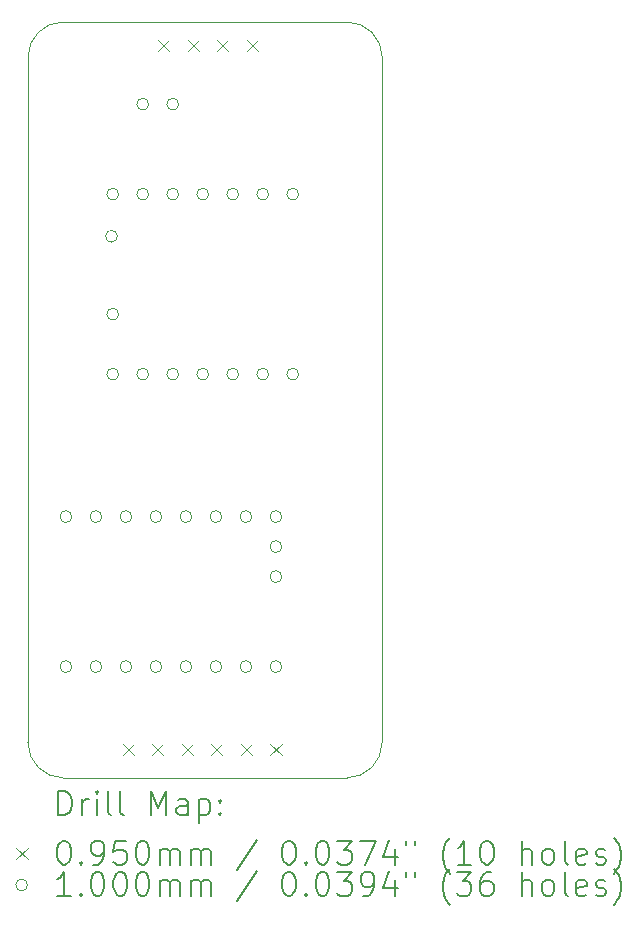
<source format=gbr>
%TF.GenerationSoftware,KiCad,Pcbnew,9.0.0*%
%TF.CreationDate,2025-04-12T21:57:35+03:00*%
%TF.ProjectId,kikad,6b696b61-642e-46b6-9963-61645f706362,rev?*%
%TF.SameCoordinates,Original*%
%TF.FileFunction,Drillmap*%
%TF.FilePolarity,Positive*%
%FSLAX45Y45*%
G04 Gerber Fmt 4.5, Leading zero omitted, Abs format (unit mm)*
G04 Created by KiCad (PCBNEW 9.0.0) date 2025-04-12 21:57:35*
%MOMM*%
%LPD*%
G01*
G04 APERTURE LIST*
%ADD10C,0.050000*%
%ADD11C,0.200000*%
%ADD12C,0.100000*%
G04 APERTURE END LIST*
D10*
X19300000Y-5700000D02*
X19300000Y-11500000D01*
X16600000Y-5400000D02*
X19000000Y-5400000D01*
X16300000Y-11500000D02*
X16300000Y-5700000D01*
X19000000Y-11800000D02*
X16600000Y-11800000D01*
X19300000Y-11500000D02*
G75*
G02*
X19000000Y-11800000I-300000J0D01*
G01*
X16600000Y-11800000D02*
G75*
G02*
X16300000Y-11500000I0J300000D01*
G01*
X16300000Y-5700000D02*
G75*
G02*
X16600000Y-5400000I300000J0D01*
G01*
X19000000Y-5400000D02*
G75*
G02*
X19300000Y-5700000I0J-300000D01*
G01*
D11*
D12*
X17102500Y-11509500D02*
X17197500Y-11604500D01*
X17197500Y-11509500D02*
X17102500Y-11604500D01*
X17352500Y-11509500D02*
X17447500Y-11604500D01*
X17447500Y-11509500D02*
X17352500Y-11604500D01*
X17402500Y-5552500D02*
X17497500Y-5647500D01*
X17497500Y-5552500D02*
X17402500Y-5647500D01*
X17602500Y-11509500D02*
X17697500Y-11604500D01*
X17697500Y-11509500D02*
X17602500Y-11604500D01*
X17652500Y-5552500D02*
X17747500Y-5647500D01*
X17747500Y-5552500D02*
X17652500Y-5647500D01*
X17852500Y-11509500D02*
X17947500Y-11604500D01*
X17947500Y-11509500D02*
X17852500Y-11604500D01*
X17902500Y-5552500D02*
X17997500Y-5647500D01*
X17997500Y-5552500D02*
X17902500Y-5647500D01*
X18102500Y-11509500D02*
X18197500Y-11604500D01*
X18197500Y-11509500D02*
X18102500Y-11604500D01*
X18152500Y-5552500D02*
X18247500Y-5647500D01*
X18247500Y-5552500D02*
X18152500Y-5647500D01*
X18352500Y-11509500D02*
X18447500Y-11604500D01*
X18447500Y-11509500D02*
X18352500Y-11604500D01*
X16672000Y-9588500D02*
G75*
G02*
X16572000Y-9588500I-50000J0D01*
G01*
X16572000Y-9588500D02*
G75*
G02*
X16672000Y-9588500I50000J0D01*
G01*
X16672000Y-10858500D02*
G75*
G02*
X16572000Y-10858500I-50000J0D01*
G01*
X16572000Y-10858500D02*
G75*
G02*
X16672000Y-10858500I50000J0D01*
G01*
X16926000Y-9588500D02*
G75*
G02*
X16826000Y-9588500I-50000J0D01*
G01*
X16826000Y-9588500D02*
G75*
G02*
X16926000Y-9588500I50000J0D01*
G01*
X16926000Y-10858500D02*
G75*
G02*
X16826000Y-10858500I-50000J0D01*
G01*
X16826000Y-10858500D02*
G75*
G02*
X16926000Y-10858500I50000J0D01*
G01*
X17058000Y-7214000D02*
G75*
G02*
X16958000Y-7214000I-50000J0D01*
G01*
X16958000Y-7214000D02*
G75*
G02*
X17058000Y-7214000I50000J0D01*
G01*
X17068000Y-6858000D02*
G75*
G02*
X16968000Y-6858000I-50000J0D01*
G01*
X16968000Y-6858000D02*
G75*
G02*
X17068000Y-6858000I50000J0D01*
G01*
X17068000Y-7874000D02*
G75*
G02*
X16968000Y-7874000I-50000J0D01*
G01*
X16968000Y-7874000D02*
G75*
G02*
X17068000Y-7874000I50000J0D01*
G01*
X17068000Y-8382000D02*
G75*
G02*
X16968000Y-8382000I-50000J0D01*
G01*
X16968000Y-8382000D02*
G75*
G02*
X17068000Y-8382000I50000J0D01*
G01*
X17180000Y-9588500D02*
G75*
G02*
X17080000Y-9588500I-50000J0D01*
G01*
X17080000Y-9588500D02*
G75*
G02*
X17180000Y-9588500I50000J0D01*
G01*
X17180000Y-10858500D02*
G75*
G02*
X17080000Y-10858500I-50000J0D01*
G01*
X17080000Y-10858500D02*
G75*
G02*
X17180000Y-10858500I50000J0D01*
G01*
X17322000Y-6096000D02*
G75*
G02*
X17222000Y-6096000I-50000J0D01*
G01*
X17222000Y-6096000D02*
G75*
G02*
X17322000Y-6096000I50000J0D01*
G01*
X17322000Y-6858000D02*
G75*
G02*
X17222000Y-6858000I-50000J0D01*
G01*
X17222000Y-6858000D02*
G75*
G02*
X17322000Y-6858000I50000J0D01*
G01*
X17322000Y-8382000D02*
G75*
G02*
X17222000Y-8382000I-50000J0D01*
G01*
X17222000Y-8382000D02*
G75*
G02*
X17322000Y-8382000I50000J0D01*
G01*
X17434000Y-9588500D02*
G75*
G02*
X17334000Y-9588500I-50000J0D01*
G01*
X17334000Y-9588500D02*
G75*
G02*
X17434000Y-9588500I50000J0D01*
G01*
X17434000Y-10858500D02*
G75*
G02*
X17334000Y-10858500I-50000J0D01*
G01*
X17334000Y-10858500D02*
G75*
G02*
X17434000Y-10858500I50000J0D01*
G01*
X17576000Y-6096000D02*
G75*
G02*
X17476000Y-6096000I-50000J0D01*
G01*
X17476000Y-6096000D02*
G75*
G02*
X17576000Y-6096000I50000J0D01*
G01*
X17576000Y-6858000D02*
G75*
G02*
X17476000Y-6858000I-50000J0D01*
G01*
X17476000Y-6858000D02*
G75*
G02*
X17576000Y-6858000I50000J0D01*
G01*
X17576000Y-8382000D02*
G75*
G02*
X17476000Y-8382000I-50000J0D01*
G01*
X17476000Y-8382000D02*
G75*
G02*
X17576000Y-8382000I50000J0D01*
G01*
X17688000Y-9588500D02*
G75*
G02*
X17588000Y-9588500I-50000J0D01*
G01*
X17588000Y-9588500D02*
G75*
G02*
X17688000Y-9588500I50000J0D01*
G01*
X17688000Y-10858500D02*
G75*
G02*
X17588000Y-10858500I-50000J0D01*
G01*
X17588000Y-10858500D02*
G75*
G02*
X17688000Y-10858500I50000J0D01*
G01*
X17830000Y-6858000D02*
G75*
G02*
X17730000Y-6858000I-50000J0D01*
G01*
X17730000Y-6858000D02*
G75*
G02*
X17830000Y-6858000I50000J0D01*
G01*
X17830000Y-8382000D02*
G75*
G02*
X17730000Y-8382000I-50000J0D01*
G01*
X17730000Y-8382000D02*
G75*
G02*
X17830000Y-8382000I50000J0D01*
G01*
X17942000Y-9588500D02*
G75*
G02*
X17842000Y-9588500I-50000J0D01*
G01*
X17842000Y-9588500D02*
G75*
G02*
X17942000Y-9588500I50000J0D01*
G01*
X17942000Y-10858500D02*
G75*
G02*
X17842000Y-10858500I-50000J0D01*
G01*
X17842000Y-10858500D02*
G75*
G02*
X17942000Y-10858500I50000J0D01*
G01*
X18084000Y-6858000D02*
G75*
G02*
X17984000Y-6858000I-50000J0D01*
G01*
X17984000Y-6858000D02*
G75*
G02*
X18084000Y-6858000I50000J0D01*
G01*
X18084000Y-8382000D02*
G75*
G02*
X17984000Y-8382000I-50000J0D01*
G01*
X17984000Y-8382000D02*
G75*
G02*
X18084000Y-8382000I50000J0D01*
G01*
X18196000Y-9588500D02*
G75*
G02*
X18096000Y-9588500I-50000J0D01*
G01*
X18096000Y-9588500D02*
G75*
G02*
X18196000Y-9588500I50000J0D01*
G01*
X18196000Y-10858500D02*
G75*
G02*
X18096000Y-10858500I-50000J0D01*
G01*
X18096000Y-10858500D02*
G75*
G02*
X18196000Y-10858500I50000J0D01*
G01*
X18338000Y-6858000D02*
G75*
G02*
X18238000Y-6858000I-50000J0D01*
G01*
X18238000Y-6858000D02*
G75*
G02*
X18338000Y-6858000I50000J0D01*
G01*
X18338000Y-8382000D02*
G75*
G02*
X18238000Y-8382000I-50000J0D01*
G01*
X18238000Y-8382000D02*
G75*
G02*
X18338000Y-8382000I50000J0D01*
G01*
X18450000Y-9588500D02*
G75*
G02*
X18350000Y-9588500I-50000J0D01*
G01*
X18350000Y-9588500D02*
G75*
G02*
X18450000Y-9588500I50000J0D01*
G01*
X18450000Y-9842500D02*
G75*
G02*
X18350000Y-9842500I-50000J0D01*
G01*
X18350000Y-9842500D02*
G75*
G02*
X18450000Y-9842500I50000J0D01*
G01*
X18450000Y-10096500D02*
G75*
G02*
X18350000Y-10096500I-50000J0D01*
G01*
X18350000Y-10096500D02*
G75*
G02*
X18450000Y-10096500I50000J0D01*
G01*
X18450000Y-10858500D02*
G75*
G02*
X18350000Y-10858500I-50000J0D01*
G01*
X18350000Y-10858500D02*
G75*
G02*
X18450000Y-10858500I50000J0D01*
G01*
X18592000Y-6858000D02*
G75*
G02*
X18492000Y-6858000I-50000J0D01*
G01*
X18492000Y-6858000D02*
G75*
G02*
X18592000Y-6858000I50000J0D01*
G01*
X18592000Y-8382000D02*
G75*
G02*
X18492000Y-8382000I-50000J0D01*
G01*
X18492000Y-8382000D02*
G75*
G02*
X18592000Y-8382000I50000J0D01*
G01*
D11*
X16558277Y-12113984D02*
X16558277Y-11913984D01*
X16558277Y-11913984D02*
X16605896Y-11913984D01*
X16605896Y-11913984D02*
X16634467Y-11923508D01*
X16634467Y-11923508D02*
X16653515Y-11942555D01*
X16653515Y-11942555D02*
X16663039Y-11961603D01*
X16663039Y-11961603D02*
X16672562Y-11999698D01*
X16672562Y-11999698D02*
X16672562Y-12028269D01*
X16672562Y-12028269D02*
X16663039Y-12066365D01*
X16663039Y-12066365D02*
X16653515Y-12085412D01*
X16653515Y-12085412D02*
X16634467Y-12104460D01*
X16634467Y-12104460D02*
X16605896Y-12113984D01*
X16605896Y-12113984D02*
X16558277Y-12113984D01*
X16758277Y-12113984D02*
X16758277Y-11980650D01*
X16758277Y-12018746D02*
X16767801Y-11999698D01*
X16767801Y-11999698D02*
X16777324Y-11990174D01*
X16777324Y-11990174D02*
X16796372Y-11980650D01*
X16796372Y-11980650D02*
X16815420Y-11980650D01*
X16882086Y-12113984D02*
X16882086Y-11980650D01*
X16882086Y-11913984D02*
X16872563Y-11923508D01*
X16872563Y-11923508D02*
X16882086Y-11933031D01*
X16882086Y-11933031D02*
X16891610Y-11923508D01*
X16891610Y-11923508D02*
X16882086Y-11913984D01*
X16882086Y-11913984D02*
X16882086Y-11933031D01*
X17005896Y-12113984D02*
X16986848Y-12104460D01*
X16986848Y-12104460D02*
X16977324Y-12085412D01*
X16977324Y-12085412D02*
X16977324Y-11913984D01*
X17110658Y-12113984D02*
X17091610Y-12104460D01*
X17091610Y-12104460D02*
X17082086Y-12085412D01*
X17082086Y-12085412D02*
X17082086Y-11913984D01*
X17339229Y-12113984D02*
X17339229Y-11913984D01*
X17339229Y-11913984D02*
X17405896Y-12056841D01*
X17405896Y-12056841D02*
X17472563Y-11913984D01*
X17472563Y-11913984D02*
X17472563Y-12113984D01*
X17653515Y-12113984D02*
X17653515Y-12009222D01*
X17653515Y-12009222D02*
X17643991Y-11990174D01*
X17643991Y-11990174D02*
X17624944Y-11980650D01*
X17624944Y-11980650D02*
X17586848Y-11980650D01*
X17586848Y-11980650D02*
X17567801Y-11990174D01*
X17653515Y-12104460D02*
X17634467Y-12113984D01*
X17634467Y-12113984D02*
X17586848Y-12113984D01*
X17586848Y-12113984D02*
X17567801Y-12104460D01*
X17567801Y-12104460D02*
X17558277Y-12085412D01*
X17558277Y-12085412D02*
X17558277Y-12066365D01*
X17558277Y-12066365D02*
X17567801Y-12047317D01*
X17567801Y-12047317D02*
X17586848Y-12037793D01*
X17586848Y-12037793D02*
X17634467Y-12037793D01*
X17634467Y-12037793D02*
X17653515Y-12028269D01*
X17748753Y-11980650D02*
X17748753Y-12180650D01*
X17748753Y-11990174D02*
X17767801Y-11980650D01*
X17767801Y-11980650D02*
X17805896Y-11980650D01*
X17805896Y-11980650D02*
X17824944Y-11990174D01*
X17824944Y-11990174D02*
X17834467Y-11999698D01*
X17834467Y-11999698D02*
X17843991Y-12018746D01*
X17843991Y-12018746D02*
X17843991Y-12075888D01*
X17843991Y-12075888D02*
X17834467Y-12094936D01*
X17834467Y-12094936D02*
X17824944Y-12104460D01*
X17824944Y-12104460D02*
X17805896Y-12113984D01*
X17805896Y-12113984D02*
X17767801Y-12113984D01*
X17767801Y-12113984D02*
X17748753Y-12104460D01*
X17929705Y-12094936D02*
X17939229Y-12104460D01*
X17939229Y-12104460D02*
X17929705Y-12113984D01*
X17929705Y-12113984D02*
X17920182Y-12104460D01*
X17920182Y-12104460D02*
X17929705Y-12094936D01*
X17929705Y-12094936D02*
X17929705Y-12113984D01*
X17929705Y-11990174D02*
X17939229Y-11999698D01*
X17939229Y-11999698D02*
X17929705Y-12009222D01*
X17929705Y-12009222D02*
X17920182Y-11999698D01*
X17920182Y-11999698D02*
X17929705Y-11990174D01*
X17929705Y-11990174D02*
X17929705Y-12009222D01*
D12*
X16202500Y-12395000D02*
X16297500Y-12490000D01*
X16297500Y-12395000D02*
X16202500Y-12490000D01*
D11*
X16596372Y-12333984D02*
X16615420Y-12333984D01*
X16615420Y-12333984D02*
X16634467Y-12343508D01*
X16634467Y-12343508D02*
X16643991Y-12353031D01*
X16643991Y-12353031D02*
X16653515Y-12372079D01*
X16653515Y-12372079D02*
X16663039Y-12410174D01*
X16663039Y-12410174D02*
X16663039Y-12457793D01*
X16663039Y-12457793D02*
X16653515Y-12495888D01*
X16653515Y-12495888D02*
X16643991Y-12514936D01*
X16643991Y-12514936D02*
X16634467Y-12524460D01*
X16634467Y-12524460D02*
X16615420Y-12533984D01*
X16615420Y-12533984D02*
X16596372Y-12533984D01*
X16596372Y-12533984D02*
X16577324Y-12524460D01*
X16577324Y-12524460D02*
X16567801Y-12514936D01*
X16567801Y-12514936D02*
X16558277Y-12495888D01*
X16558277Y-12495888D02*
X16548753Y-12457793D01*
X16548753Y-12457793D02*
X16548753Y-12410174D01*
X16548753Y-12410174D02*
X16558277Y-12372079D01*
X16558277Y-12372079D02*
X16567801Y-12353031D01*
X16567801Y-12353031D02*
X16577324Y-12343508D01*
X16577324Y-12343508D02*
X16596372Y-12333984D01*
X16748753Y-12514936D02*
X16758277Y-12524460D01*
X16758277Y-12524460D02*
X16748753Y-12533984D01*
X16748753Y-12533984D02*
X16739229Y-12524460D01*
X16739229Y-12524460D02*
X16748753Y-12514936D01*
X16748753Y-12514936D02*
X16748753Y-12533984D01*
X16853515Y-12533984D02*
X16891610Y-12533984D01*
X16891610Y-12533984D02*
X16910658Y-12524460D01*
X16910658Y-12524460D02*
X16920182Y-12514936D01*
X16920182Y-12514936D02*
X16939229Y-12486365D01*
X16939229Y-12486365D02*
X16948753Y-12448269D01*
X16948753Y-12448269D02*
X16948753Y-12372079D01*
X16948753Y-12372079D02*
X16939229Y-12353031D01*
X16939229Y-12353031D02*
X16929705Y-12343508D01*
X16929705Y-12343508D02*
X16910658Y-12333984D01*
X16910658Y-12333984D02*
X16872563Y-12333984D01*
X16872563Y-12333984D02*
X16853515Y-12343508D01*
X16853515Y-12343508D02*
X16843991Y-12353031D01*
X16843991Y-12353031D02*
X16834467Y-12372079D01*
X16834467Y-12372079D02*
X16834467Y-12419698D01*
X16834467Y-12419698D02*
X16843991Y-12438746D01*
X16843991Y-12438746D02*
X16853515Y-12448269D01*
X16853515Y-12448269D02*
X16872563Y-12457793D01*
X16872563Y-12457793D02*
X16910658Y-12457793D01*
X16910658Y-12457793D02*
X16929705Y-12448269D01*
X16929705Y-12448269D02*
X16939229Y-12438746D01*
X16939229Y-12438746D02*
X16948753Y-12419698D01*
X17129705Y-12333984D02*
X17034467Y-12333984D01*
X17034467Y-12333984D02*
X17024944Y-12429222D01*
X17024944Y-12429222D02*
X17034467Y-12419698D01*
X17034467Y-12419698D02*
X17053515Y-12410174D01*
X17053515Y-12410174D02*
X17101134Y-12410174D01*
X17101134Y-12410174D02*
X17120182Y-12419698D01*
X17120182Y-12419698D02*
X17129705Y-12429222D01*
X17129705Y-12429222D02*
X17139229Y-12448269D01*
X17139229Y-12448269D02*
X17139229Y-12495888D01*
X17139229Y-12495888D02*
X17129705Y-12514936D01*
X17129705Y-12514936D02*
X17120182Y-12524460D01*
X17120182Y-12524460D02*
X17101134Y-12533984D01*
X17101134Y-12533984D02*
X17053515Y-12533984D01*
X17053515Y-12533984D02*
X17034467Y-12524460D01*
X17034467Y-12524460D02*
X17024944Y-12514936D01*
X17263039Y-12333984D02*
X17282086Y-12333984D01*
X17282086Y-12333984D02*
X17301134Y-12343508D01*
X17301134Y-12343508D02*
X17310658Y-12353031D01*
X17310658Y-12353031D02*
X17320182Y-12372079D01*
X17320182Y-12372079D02*
X17329705Y-12410174D01*
X17329705Y-12410174D02*
X17329705Y-12457793D01*
X17329705Y-12457793D02*
X17320182Y-12495888D01*
X17320182Y-12495888D02*
X17310658Y-12514936D01*
X17310658Y-12514936D02*
X17301134Y-12524460D01*
X17301134Y-12524460D02*
X17282086Y-12533984D01*
X17282086Y-12533984D02*
X17263039Y-12533984D01*
X17263039Y-12533984D02*
X17243991Y-12524460D01*
X17243991Y-12524460D02*
X17234467Y-12514936D01*
X17234467Y-12514936D02*
X17224944Y-12495888D01*
X17224944Y-12495888D02*
X17215420Y-12457793D01*
X17215420Y-12457793D02*
X17215420Y-12410174D01*
X17215420Y-12410174D02*
X17224944Y-12372079D01*
X17224944Y-12372079D02*
X17234467Y-12353031D01*
X17234467Y-12353031D02*
X17243991Y-12343508D01*
X17243991Y-12343508D02*
X17263039Y-12333984D01*
X17415420Y-12533984D02*
X17415420Y-12400650D01*
X17415420Y-12419698D02*
X17424944Y-12410174D01*
X17424944Y-12410174D02*
X17443991Y-12400650D01*
X17443991Y-12400650D02*
X17472563Y-12400650D01*
X17472563Y-12400650D02*
X17491610Y-12410174D01*
X17491610Y-12410174D02*
X17501134Y-12429222D01*
X17501134Y-12429222D02*
X17501134Y-12533984D01*
X17501134Y-12429222D02*
X17510658Y-12410174D01*
X17510658Y-12410174D02*
X17529705Y-12400650D01*
X17529705Y-12400650D02*
X17558277Y-12400650D01*
X17558277Y-12400650D02*
X17577325Y-12410174D01*
X17577325Y-12410174D02*
X17586848Y-12429222D01*
X17586848Y-12429222D02*
X17586848Y-12533984D01*
X17682086Y-12533984D02*
X17682086Y-12400650D01*
X17682086Y-12419698D02*
X17691610Y-12410174D01*
X17691610Y-12410174D02*
X17710658Y-12400650D01*
X17710658Y-12400650D02*
X17739229Y-12400650D01*
X17739229Y-12400650D02*
X17758277Y-12410174D01*
X17758277Y-12410174D02*
X17767801Y-12429222D01*
X17767801Y-12429222D02*
X17767801Y-12533984D01*
X17767801Y-12429222D02*
X17777325Y-12410174D01*
X17777325Y-12410174D02*
X17796372Y-12400650D01*
X17796372Y-12400650D02*
X17824944Y-12400650D01*
X17824944Y-12400650D02*
X17843991Y-12410174D01*
X17843991Y-12410174D02*
X17853515Y-12429222D01*
X17853515Y-12429222D02*
X17853515Y-12533984D01*
X18243991Y-12324460D02*
X18072563Y-12581603D01*
X18501134Y-12333984D02*
X18520182Y-12333984D01*
X18520182Y-12333984D02*
X18539229Y-12343508D01*
X18539229Y-12343508D02*
X18548753Y-12353031D01*
X18548753Y-12353031D02*
X18558277Y-12372079D01*
X18558277Y-12372079D02*
X18567801Y-12410174D01*
X18567801Y-12410174D02*
X18567801Y-12457793D01*
X18567801Y-12457793D02*
X18558277Y-12495888D01*
X18558277Y-12495888D02*
X18548753Y-12514936D01*
X18548753Y-12514936D02*
X18539229Y-12524460D01*
X18539229Y-12524460D02*
X18520182Y-12533984D01*
X18520182Y-12533984D02*
X18501134Y-12533984D01*
X18501134Y-12533984D02*
X18482087Y-12524460D01*
X18482087Y-12524460D02*
X18472563Y-12514936D01*
X18472563Y-12514936D02*
X18463039Y-12495888D01*
X18463039Y-12495888D02*
X18453515Y-12457793D01*
X18453515Y-12457793D02*
X18453515Y-12410174D01*
X18453515Y-12410174D02*
X18463039Y-12372079D01*
X18463039Y-12372079D02*
X18472563Y-12353031D01*
X18472563Y-12353031D02*
X18482087Y-12343508D01*
X18482087Y-12343508D02*
X18501134Y-12333984D01*
X18653515Y-12514936D02*
X18663039Y-12524460D01*
X18663039Y-12524460D02*
X18653515Y-12533984D01*
X18653515Y-12533984D02*
X18643991Y-12524460D01*
X18643991Y-12524460D02*
X18653515Y-12514936D01*
X18653515Y-12514936D02*
X18653515Y-12533984D01*
X18786848Y-12333984D02*
X18805896Y-12333984D01*
X18805896Y-12333984D02*
X18824944Y-12343508D01*
X18824944Y-12343508D02*
X18834468Y-12353031D01*
X18834468Y-12353031D02*
X18843991Y-12372079D01*
X18843991Y-12372079D02*
X18853515Y-12410174D01*
X18853515Y-12410174D02*
X18853515Y-12457793D01*
X18853515Y-12457793D02*
X18843991Y-12495888D01*
X18843991Y-12495888D02*
X18834468Y-12514936D01*
X18834468Y-12514936D02*
X18824944Y-12524460D01*
X18824944Y-12524460D02*
X18805896Y-12533984D01*
X18805896Y-12533984D02*
X18786848Y-12533984D01*
X18786848Y-12533984D02*
X18767801Y-12524460D01*
X18767801Y-12524460D02*
X18758277Y-12514936D01*
X18758277Y-12514936D02*
X18748753Y-12495888D01*
X18748753Y-12495888D02*
X18739229Y-12457793D01*
X18739229Y-12457793D02*
X18739229Y-12410174D01*
X18739229Y-12410174D02*
X18748753Y-12372079D01*
X18748753Y-12372079D02*
X18758277Y-12353031D01*
X18758277Y-12353031D02*
X18767801Y-12343508D01*
X18767801Y-12343508D02*
X18786848Y-12333984D01*
X18920182Y-12333984D02*
X19043991Y-12333984D01*
X19043991Y-12333984D02*
X18977325Y-12410174D01*
X18977325Y-12410174D02*
X19005896Y-12410174D01*
X19005896Y-12410174D02*
X19024944Y-12419698D01*
X19024944Y-12419698D02*
X19034468Y-12429222D01*
X19034468Y-12429222D02*
X19043991Y-12448269D01*
X19043991Y-12448269D02*
X19043991Y-12495888D01*
X19043991Y-12495888D02*
X19034468Y-12514936D01*
X19034468Y-12514936D02*
X19024944Y-12524460D01*
X19024944Y-12524460D02*
X19005896Y-12533984D01*
X19005896Y-12533984D02*
X18948753Y-12533984D01*
X18948753Y-12533984D02*
X18929706Y-12524460D01*
X18929706Y-12524460D02*
X18920182Y-12514936D01*
X19110658Y-12333984D02*
X19243991Y-12333984D01*
X19243991Y-12333984D02*
X19158277Y-12533984D01*
X19405896Y-12400650D02*
X19405896Y-12533984D01*
X19358277Y-12324460D02*
X19310658Y-12467317D01*
X19310658Y-12467317D02*
X19434468Y-12467317D01*
X19501134Y-12333984D02*
X19501134Y-12372079D01*
X19577325Y-12333984D02*
X19577325Y-12372079D01*
X19872563Y-12610174D02*
X19863039Y-12600650D01*
X19863039Y-12600650D02*
X19843991Y-12572079D01*
X19843991Y-12572079D02*
X19834468Y-12553031D01*
X19834468Y-12553031D02*
X19824944Y-12524460D01*
X19824944Y-12524460D02*
X19815420Y-12476841D01*
X19815420Y-12476841D02*
X19815420Y-12438746D01*
X19815420Y-12438746D02*
X19824944Y-12391127D01*
X19824944Y-12391127D02*
X19834468Y-12362555D01*
X19834468Y-12362555D02*
X19843991Y-12343508D01*
X19843991Y-12343508D02*
X19863039Y-12314936D01*
X19863039Y-12314936D02*
X19872563Y-12305412D01*
X20053515Y-12533984D02*
X19939230Y-12533984D01*
X19996372Y-12533984D02*
X19996372Y-12333984D01*
X19996372Y-12333984D02*
X19977325Y-12362555D01*
X19977325Y-12362555D02*
X19958277Y-12381603D01*
X19958277Y-12381603D02*
X19939230Y-12391127D01*
X20177325Y-12333984D02*
X20196372Y-12333984D01*
X20196372Y-12333984D02*
X20215420Y-12343508D01*
X20215420Y-12343508D02*
X20224944Y-12353031D01*
X20224944Y-12353031D02*
X20234468Y-12372079D01*
X20234468Y-12372079D02*
X20243991Y-12410174D01*
X20243991Y-12410174D02*
X20243991Y-12457793D01*
X20243991Y-12457793D02*
X20234468Y-12495888D01*
X20234468Y-12495888D02*
X20224944Y-12514936D01*
X20224944Y-12514936D02*
X20215420Y-12524460D01*
X20215420Y-12524460D02*
X20196372Y-12533984D01*
X20196372Y-12533984D02*
X20177325Y-12533984D01*
X20177325Y-12533984D02*
X20158277Y-12524460D01*
X20158277Y-12524460D02*
X20148753Y-12514936D01*
X20148753Y-12514936D02*
X20139230Y-12495888D01*
X20139230Y-12495888D02*
X20129706Y-12457793D01*
X20129706Y-12457793D02*
X20129706Y-12410174D01*
X20129706Y-12410174D02*
X20139230Y-12372079D01*
X20139230Y-12372079D02*
X20148753Y-12353031D01*
X20148753Y-12353031D02*
X20158277Y-12343508D01*
X20158277Y-12343508D02*
X20177325Y-12333984D01*
X20482087Y-12533984D02*
X20482087Y-12333984D01*
X20567801Y-12533984D02*
X20567801Y-12429222D01*
X20567801Y-12429222D02*
X20558277Y-12410174D01*
X20558277Y-12410174D02*
X20539230Y-12400650D01*
X20539230Y-12400650D02*
X20510658Y-12400650D01*
X20510658Y-12400650D02*
X20491611Y-12410174D01*
X20491611Y-12410174D02*
X20482087Y-12419698D01*
X20691611Y-12533984D02*
X20672563Y-12524460D01*
X20672563Y-12524460D02*
X20663039Y-12514936D01*
X20663039Y-12514936D02*
X20653515Y-12495888D01*
X20653515Y-12495888D02*
X20653515Y-12438746D01*
X20653515Y-12438746D02*
X20663039Y-12419698D01*
X20663039Y-12419698D02*
X20672563Y-12410174D01*
X20672563Y-12410174D02*
X20691611Y-12400650D01*
X20691611Y-12400650D02*
X20720182Y-12400650D01*
X20720182Y-12400650D02*
X20739230Y-12410174D01*
X20739230Y-12410174D02*
X20748753Y-12419698D01*
X20748753Y-12419698D02*
X20758277Y-12438746D01*
X20758277Y-12438746D02*
X20758277Y-12495888D01*
X20758277Y-12495888D02*
X20748753Y-12514936D01*
X20748753Y-12514936D02*
X20739230Y-12524460D01*
X20739230Y-12524460D02*
X20720182Y-12533984D01*
X20720182Y-12533984D02*
X20691611Y-12533984D01*
X20872563Y-12533984D02*
X20853515Y-12524460D01*
X20853515Y-12524460D02*
X20843992Y-12505412D01*
X20843992Y-12505412D02*
X20843992Y-12333984D01*
X21024944Y-12524460D02*
X21005896Y-12533984D01*
X21005896Y-12533984D02*
X20967801Y-12533984D01*
X20967801Y-12533984D02*
X20948753Y-12524460D01*
X20948753Y-12524460D02*
X20939230Y-12505412D01*
X20939230Y-12505412D02*
X20939230Y-12429222D01*
X20939230Y-12429222D02*
X20948753Y-12410174D01*
X20948753Y-12410174D02*
X20967801Y-12400650D01*
X20967801Y-12400650D02*
X21005896Y-12400650D01*
X21005896Y-12400650D02*
X21024944Y-12410174D01*
X21024944Y-12410174D02*
X21034468Y-12429222D01*
X21034468Y-12429222D02*
X21034468Y-12448269D01*
X21034468Y-12448269D02*
X20939230Y-12467317D01*
X21110658Y-12524460D02*
X21129706Y-12533984D01*
X21129706Y-12533984D02*
X21167801Y-12533984D01*
X21167801Y-12533984D02*
X21186849Y-12524460D01*
X21186849Y-12524460D02*
X21196373Y-12505412D01*
X21196373Y-12505412D02*
X21196373Y-12495888D01*
X21196373Y-12495888D02*
X21186849Y-12476841D01*
X21186849Y-12476841D02*
X21167801Y-12467317D01*
X21167801Y-12467317D02*
X21139230Y-12467317D01*
X21139230Y-12467317D02*
X21120182Y-12457793D01*
X21120182Y-12457793D02*
X21110658Y-12438746D01*
X21110658Y-12438746D02*
X21110658Y-12429222D01*
X21110658Y-12429222D02*
X21120182Y-12410174D01*
X21120182Y-12410174D02*
X21139230Y-12400650D01*
X21139230Y-12400650D02*
X21167801Y-12400650D01*
X21167801Y-12400650D02*
X21186849Y-12410174D01*
X21263039Y-12610174D02*
X21272563Y-12600650D01*
X21272563Y-12600650D02*
X21291611Y-12572079D01*
X21291611Y-12572079D02*
X21301134Y-12553031D01*
X21301134Y-12553031D02*
X21310658Y-12524460D01*
X21310658Y-12524460D02*
X21320182Y-12476841D01*
X21320182Y-12476841D02*
X21320182Y-12438746D01*
X21320182Y-12438746D02*
X21310658Y-12391127D01*
X21310658Y-12391127D02*
X21301134Y-12362555D01*
X21301134Y-12362555D02*
X21291611Y-12343508D01*
X21291611Y-12343508D02*
X21272563Y-12314936D01*
X21272563Y-12314936D02*
X21263039Y-12305412D01*
D12*
X16297500Y-12706500D02*
G75*
G02*
X16197500Y-12706500I-50000J0D01*
G01*
X16197500Y-12706500D02*
G75*
G02*
X16297500Y-12706500I50000J0D01*
G01*
D11*
X16663039Y-12797984D02*
X16548753Y-12797984D01*
X16605896Y-12797984D02*
X16605896Y-12597984D01*
X16605896Y-12597984D02*
X16586848Y-12626555D01*
X16586848Y-12626555D02*
X16567801Y-12645603D01*
X16567801Y-12645603D02*
X16548753Y-12655127D01*
X16748753Y-12778936D02*
X16758277Y-12788460D01*
X16758277Y-12788460D02*
X16748753Y-12797984D01*
X16748753Y-12797984D02*
X16739229Y-12788460D01*
X16739229Y-12788460D02*
X16748753Y-12778936D01*
X16748753Y-12778936D02*
X16748753Y-12797984D01*
X16882086Y-12597984D02*
X16901134Y-12597984D01*
X16901134Y-12597984D02*
X16920182Y-12607508D01*
X16920182Y-12607508D02*
X16929705Y-12617031D01*
X16929705Y-12617031D02*
X16939229Y-12636079D01*
X16939229Y-12636079D02*
X16948753Y-12674174D01*
X16948753Y-12674174D02*
X16948753Y-12721793D01*
X16948753Y-12721793D02*
X16939229Y-12759888D01*
X16939229Y-12759888D02*
X16929705Y-12778936D01*
X16929705Y-12778936D02*
X16920182Y-12788460D01*
X16920182Y-12788460D02*
X16901134Y-12797984D01*
X16901134Y-12797984D02*
X16882086Y-12797984D01*
X16882086Y-12797984D02*
X16863039Y-12788460D01*
X16863039Y-12788460D02*
X16853515Y-12778936D01*
X16853515Y-12778936D02*
X16843991Y-12759888D01*
X16843991Y-12759888D02*
X16834467Y-12721793D01*
X16834467Y-12721793D02*
X16834467Y-12674174D01*
X16834467Y-12674174D02*
X16843991Y-12636079D01*
X16843991Y-12636079D02*
X16853515Y-12617031D01*
X16853515Y-12617031D02*
X16863039Y-12607508D01*
X16863039Y-12607508D02*
X16882086Y-12597984D01*
X17072563Y-12597984D02*
X17091610Y-12597984D01*
X17091610Y-12597984D02*
X17110658Y-12607508D01*
X17110658Y-12607508D02*
X17120182Y-12617031D01*
X17120182Y-12617031D02*
X17129705Y-12636079D01*
X17129705Y-12636079D02*
X17139229Y-12674174D01*
X17139229Y-12674174D02*
X17139229Y-12721793D01*
X17139229Y-12721793D02*
X17129705Y-12759888D01*
X17129705Y-12759888D02*
X17120182Y-12778936D01*
X17120182Y-12778936D02*
X17110658Y-12788460D01*
X17110658Y-12788460D02*
X17091610Y-12797984D01*
X17091610Y-12797984D02*
X17072563Y-12797984D01*
X17072563Y-12797984D02*
X17053515Y-12788460D01*
X17053515Y-12788460D02*
X17043991Y-12778936D01*
X17043991Y-12778936D02*
X17034467Y-12759888D01*
X17034467Y-12759888D02*
X17024944Y-12721793D01*
X17024944Y-12721793D02*
X17024944Y-12674174D01*
X17024944Y-12674174D02*
X17034467Y-12636079D01*
X17034467Y-12636079D02*
X17043991Y-12617031D01*
X17043991Y-12617031D02*
X17053515Y-12607508D01*
X17053515Y-12607508D02*
X17072563Y-12597984D01*
X17263039Y-12597984D02*
X17282086Y-12597984D01*
X17282086Y-12597984D02*
X17301134Y-12607508D01*
X17301134Y-12607508D02*
X17310658Y-12617031D01*
X17310658Y-12617031D02*
X17320182Y-12636079D01*
X17320182Y-12636079D02*
X17329705Y-12674174D01*
X17329705Y-12674174D02*
X17329705Y-12721793D01*
X17329705Y-12721793D02*
X17320182Y-12759888D01*
X17320182Y-12759888D02*
X17310658Y-12778936D01*
X17310658Y-12778936D02*
X17301134Y-12788460D01*
X17301134Y-12788460D02*
X17282086Y-12797984D01*
X17282086Y-12797984D02*
X17263039Y-12797984D01*
X17263039Y-12797984D02*
X17243991Y-12788460D01*
X17243991Y-12788460D02*
X17234467Y-12778936D01*
X17234467Y-12778936D02*
X17224944Y-12759888D01*
X17224944Y-12759888D02*
X17215420Y-12721793D01*
X17215420Y-12721793D02*
X17215420Y-12674174D01*
X17215420Y-12674174D02*
X17224944Y-12636079D01*
X17224944Y-12636079D02*
X17234467Y-12617031D01*
X17234467Y-12617031D02*
X17243991Y-12607508D01*
X17243991Y-12607508D02*
X17263039Y-12597984D01*
X17415420Y-12797984D02*
X17415420Y-12664650D01*
X17415420Y-12683698D02*
X17424944Y-12674174D01*
X17424944Y-12674174D02*
X17443991Y-12664650D01*
X17443991Y-12664650D02*
X17472563Y-12664650D01*
X17472563Y-12664650D02*
X17491610Y-12674174D01*
X17491610Y-12674174D02*
X17501134Y-12693222D01*
X17501134Y-12693222D02*
X17501134Y-12797984D01*
X17501134Y-12693222D02*
X17510658Y-12674174D01*
X17510658Y-12674174D02*
X17529705Y-12664650D01*
X17529705Y-12664650D02*
X17558277Y-12664650D01*
X17558277Y-12664650D02*
X17577325Y-12674174D01*
X17577325Y-12674174D02*
X17586848Y-12693222D01*
X17586848Y-12693222D02*
X17586848Y-12797984D01*
X17682086Y-12797984D02*
X17682086Y-12664650D01*
X17682086Y-12683698D02*
X17691610Y-12674174D01*
X17691610Y-12674174D02*
X17710658Y-12664650D01*
X17710658Y-12664650D02*
X17739229Y-12664650D01*
X17739229Y-12664650D02*
X17758277Y-12674174D01*
X17758277Y-12674174D02*
X17767801Y-12693222D01*
X17767801Y-12693222D02*
X17767801Y-12797984D01*
X17767801Y-12693222D02*
X17777325Y-12674174D01*
X17777325Y-12674174D02*
X17796372Y-12664650D01*
X17796372Y-12664650D02*
X17824944Y-12664650D01*
X17824944Y-12664650D02*
X17843991Y-12674174D01*
X17843991Y-12674174D02*
X17853515Y-12693222D01*
X17853515Y-12693222D02*
X17853515Y-12797984D01*
X18243991Y-12588460D02*
X18072563Y-12845603D01*
X18501134Y-12597984D02*
X18520182Y-12597984D01*
X18520182Y-12597984D02*
X18539229Y-12607508D01*
X18539229Y-12607508D02*
X18548753Y-12617031D01*
X18548753Y-12617031D02*
X18558277Y-12636079D01*
X18558277Y-12636079D02*
X18567801Y-12674174D01*
X18567801Y-12674174D02*
X18567801Y-12721793D01*
X18567801Y-12721793D02*
X18558277Y-12759888D01*
X18558277Y-12759888D02*
X18548753Y-12778936D01*
X18548753Y-12778936D02*
X18539229Y-12788460D01*
X18539229Y-12788460D02*
X18520182Y-12797984D01*
X18520182Y-12797984D02*
X18501134Y-12797984D01*
X18501134Y-12797984D02*
X18482087Y-12788460D01*
X18482087Y-12788460D02*
X18472563Y-12778936D01*
X18472563Y-12778936D02*
X18463039Y-12759888D01*
X18463039Y-12759888D02*
X18453515Y-12721793D01*
X18453515Y-12721793D02*
X18453515Y-12674174D01*
X18453515Y-12674174D02*
X18463039Y-12636079D01*
X18463039Y-12636079D02*
X18472563Y-12617031D01*
X18472563Y-12617031D02*
X18482087Y-12607508D01*
X18482087Y-12607508D02*
X18501134Y-12597984D01*
X18653515Y-12778936D02*
X18663039Y-12788460D01*
X18663039Y-12788460D02*
X18653515Y-12797984D01*
X18653515Y-12797984D02*
X18643991Y-12788460D01*
X18643991Y-12788460D02*
X18653515Y-12778936D01*
X18653515Y-12778936D02*
X18653515Y-12797984D01*
X18786848Y-12597984D02*
X18805896Y-12597984D01*
X18805896Y-12597984D02*
X18824944Y-12607508D01*
X18824944Y-12607508D02*
X18834468Y-12617031D01*
X18834468Y-12617031D02*
X18843991Y-12636079D01*
X18843991Y-12636079D02*
X18853515Y-12674174D01*
X18853515Y-12674174D02*
X18853515Y-12721793D01*
X18853515Y-12721793D02*
X18843991Y-12759888D01*
X18843991Y-12759888D02*
X18834468Y-12778936D01*
X18834468Y-12778936D02*
X18824944Y-12788460D01*
X18824944Y-12788460D02*
X18805896Y-12797984D01*
X18805896Y-12797984D02*
X18786848Y-12797984D01*
X18786848Y-12797984D02*
X18767801Y-12788460D01*
X18767801Y-12788460D02*
X18758277Y-12778936D01*
X18758277Y-12778936D02*
X18748753Y-12759888D01*
X18748753Y-12759888D02*
X18739229Y-12721793D01*
X18739229Y-12721793D02*
X18739229Y-12674174D01*
X18739229Y-12674174D02*
X18748753Y-12636079D01*
X18748753Y-12636079D02*
X18758277Y-12617031D01*
X18758277Y-12617031D02*
X18767801Y-12607508D01*
X18767801Y-12607508D02*
X18786848Y-12597984D01*
X18920182Y-12597984D02*
X19043991Y-12597984D01*
X19043991Y-12597984D02*
X18977325Y-12674174D01*
X18977325Y-12674174D02*
X19005896Y-12674174D01*
X19005896Y-12674174D02*
X19024944Y-12683698D01*
X19024944Y-12683698D02*
X19034468Y-12693222D01*
X19034468Y-12693222D02*
X19043991Y-12712269D01*
X19043991Y-12712269D02*
X19043991Y-12759888D01*
X19043991Y-12759888D02*
X19034468Y-12778936D01*
X19034468Y-12778936D02*
X19024944Y-12788460D01*
X19024944Y-12788460D02*
X19005896Y-12797984D01*
X19005896Y-12797984D02*
X18948753Y-12797984D01*
X18948753Y-12797984D02*
X18929706Y-12788460D01*
X18929706Y-12788460D02*
X18920182Y-12778936D01*
X19139229Y-12797984D02*
X19177325Y-12797984D01*
X19177325Y-12797984D02*
X19196372Y-12788460D01*
X19196372Y-12788460D02*
X19205896Y-12778936D01*
X19205896Y-12778936D02*
X19224944Y-12750365D01*
X19224944Y-12750365D02*
X19234468Y-12712269D01*
X19234468Y-12712269D02*
X19234468Y-12636079D01*
X19234468Y-12636079D02*
X19224944Y-12617031D01*
X19224944Y-12617031D02*
X19215420Y-12607508D01*
X19215420Y-12607508D02*
X19196372Y-12597984D01*
X19196372Y-12597984D02*
X19158277Y-12597984D01*
X19158277Y-12597984D02*
X19139229Y-12607508D01*
X19139229Y-12607508D02*
X19129706Y-12617031D01*
X19129706Y-12617031D02*
X19120182Y-12636079D01*
X19120182Y-12636079D02*
X19120182Y-12683698D01*
X19120182Y-12683698D02*
X19129706Y-12702746D01*
X19129706Y-12702746D02*
X19139229Y-12712269D01*
X19139229Y-12712269D02*
X19158277Y-12721793D01*
X19158277Y-12721793D02*
X19196372Y-12721793D01*
X19196372Y-12721793D02*
X19215420Y-12712269D01*
X19215420Y-12712269D02*
X19224944Y-12702746D01*
X19224944Y-12702746D02*
X19234468Y-12683698D01*
X19405896Y-12664650D02*
X19405896Y-12797984D01*
X19358277Y-12588460D02*
X19310658Y-12731317D01*
X19310658Y-12731317D02*
X19434468Y-12731317D01*
X19501134Y-12597984D02*
X19501134Y-12636079D01*
X19577325Y-12597984D02*
X19577325Y-12636079D01*
X19872563Y-12874174D02*
X19863039Y-12864650D01*
X19863039Y-12864650D02*
X19843991Y-12836079D01*
X19843991Y-12836079D02*
X19834468Y-12817031D01*
X19834468Y-12817031D02*
X19824944Y-12788460D01*
X19824944Y-12788460D02*
X19815420Y-12740841D01*
X19815420Y-12740841D02*
X19815420Y-12702746D01*
X19815420Y-12702746D02*
X19824944Y-12655127D01*
X19824944Y-12655127D02*
X19834468Y-12626555D01*
X19834468Y-12626555D02*
X19843991Y-12607508D01*
X19843991Y-12607508D02*
X19863039Y-12578936D01*
X19863039Y-12578936D02*
X19872563Y-12569412D01*
X19929706Y-12597984D02*
X20053515Y-12597984D01*
X20053515Y-12597984D02*
X19986849Y-12674174D01*
X19986849Y-12674174D02*
X20015420Y-12674174D01*
X20015420Y-12674174D02*
X20034468Y-12683698D01*
X20034468Y-12683698D02*
X20043991Y-12693222D01*
X20043991Y-12693222D02*
X20053515Y-12712269D01*
X20053515Y-12712269D02*
X20053515Y-12759888D01*
X20053515Y-12759888D02*
X20043991Y-12778936D01*
X20043991Y-12778936D02*
X20034468Y-12788460D01*
X20034468Y-12788460D02*
X20015420Y-12797984D01*
X20015420Y-12797984D02*
X19958277Y-12797984D01*
X19958277Y-12797984D02*
X19939230Y-12788460D01*
X19939230Y-12788460D02*
X19929706Y-12778936D01*
X20224944Y-12597984D02*
X20186849Y-12597984D01*
X20186849Y-12597984D02*
X20167801Y-12607508D01*
X20167801Y-12607508D02*
X20158277Y-12617031D01*
X20158277Y-12617031D02*
X20139230Y-12645603D01*
X20139230Y-12645603D02*
X20129706Y-12683698D01*
X20129706Y-12683698D02*
X20129706Y-12759888D01*
X20129706Y-12759888D02*
X20139230Y-12778936D01*
X20139230Y-12778936D02*
X20148753Y-12788460D01*
X20148753Y-12788460D02*
X20167801Y-12797984D01*
X20167801Y-12797984D02*
X20205896Y-12797984D01*
X20205896Y-12797984D02*
X20224944Y-12788460D01*
X20224944Y-12788460D02*
X20234468Y-12778936D01*
X20234468Y-12778936D02*
X20243991Y-12759888D01*
X20243991Y-12759888D02*
X20243991Y-12712269D01*
X20243991Y-12712269D02*
X20234468Y-12693222D01*
X20234468Y-12693222D02*
X20224944Y-12683698D01*
X20224944Y-12683698D02*
X20205896Y-12674174D01*
X20205896Y-12674174D02*
X20167801Y-12674174D01*
X20167801Y-12674174D02*
X20148753Y-12683698D01*
X20148753Y-12683698D02*
X20139230Y-12693222D01*
X20139230Y-12693222D02*
X20129706Y-12712269D01*
X20482087Y-12797984D02*
X20482087Y-12597984D01*
X20567801Y-12797984D02*
X20567801Y-12693222D01*
X20567801Y-12693222D02*
X20558277Y-12674174D01*
X20558277Y-12674174D02*
X20539230Y-12664650D01*
X20539230Y-12664650D02*
X20510658Y-12664650D01*
X20510658Y-12664650D02*
X20491611Y-12674174D01*
X20491611Y-12674174D02*
X20482087Y-12683698D01*
X20691611Y-12797984D02*
X20672563Y-12788460D01*
X20672563Y-12788460D02*
X20663039Y-12778936D01*
X20663039Y-12778936D02*
X20653515Y-12759888D01*
X20653515Y-12759888D02*
X20653515Y-12702746D01*
X20653515Y-12702746D02*
X20663039Y-12683698D01*
X20663039Y-12683698D02*
X20672563Y-12674174D01*
X20672563Y-12674174D02*
X20691611Y-12664650D01*
X20691611Y-12664650D02*
X20720182Y-12664650D01*
X20720182Y-12664650D02*
X20739230Y-12674174D01*
X20739230Y-12674174D02*
X20748753Y-12683698D01*
X20748753Y-12683698D02*
X20758277Y-12702746D01*
X20758277Y-12702746D02*
X20758277Y-12759888D01*
X20758277Y-12759888D02*
X20748753Y-12778936D01*
X20748753Y-12778936D02*
X20739230Y-12788460D01*
X20739230Y-12788460D02*
X20720182Y-12797984D01*
X20720182Y-12797984D02*
X20691611Y-12797984D01*
X20872563Y-12797984D02*
X20853515Y-12788460D01*
X20853515Y-12788460D02*
X20843992Y-12769412D01*
X20843992Y-12769412D02*
X20843992Y-12597984D01*
X21024944Y-12788460D02*
X21005896Y-12797984D01*
X21005896Y-12797984D02*
X20967801Y-12797984D01*
X20967801Y-12797984D02*
X20948753Y-12788460D01*
X20948753Y-12788460D02*
X20939230Y-12769412D01*
X20939230Y-12769412D02*
X20939230Y-12693222D01*
X20939230Y-12693222D02*
X20948753Y-12674174D01*
X20948753Y-12674174D02*
X20967801Y-12664650D01*
X20967801Y-12664650D02*
X21005896Y-12664650D01*
X21005896Y-12664650D02*
X21024944Y-12674174D01*
X21024944Y-12674174D02*
X21034468Y-12693222D01*
X21034468Y-12693222D02*
X21034468Y-12712269D01*
X21034468Y-12712269D02*
X20939230Y-12731317D01*
X21110658Y-12788460D02*
X21129706Y-12797984D01*
X21129706Y-12797984D02*
X21167801Y-12797984D01*
X21167801Y-12797984D02*
X21186849Y-12788460D01*
X21186849Y-12788460D02*
X21196373Y-12769412D01*
X21196373Y-12769412D02*
X21196373Y-12759888D01*
X21196373Y-12759888D02*
X21186849Y-12740841D01*
X21186849Y-12740841D02*
X21167801Y-12731317D01*
X21167801Y-12731317D02*
X21139230Y-12731317D01*
X21139230Y-12731317D02*
X21120182Y-12721793D01*
X21120182Y-12721793D02*
X21110658Y-12702746D01*
X21110658Y-12702746D02*
X21110658Y-12693222D01*
X21110658Y-12693222D02*
X21120182Y-12674174D01*
X21120182Y-12674174D02*
X21139230Y-12664650D01*
X21139230Y-12664650D02*
X21167801Y-12664650D01*
X21167801Y-12664650D02*
X21186849Y-12674174D01*
X21263039Y-12874174D02*
X21272563Y-12864650D01*
X21272563Y-12864650D02*
X21291611Y-12836079D01*
X21291611Y-12836079D02*
X21301134Y-12817031D01*
X21301134Y-12817031D02*
X21310658Y-12788460D01*
X21310658Y-12788460D02*
X21320182Y-12740841D01*
X21320182Y-12740841D02*
X21320182Y-12702746D01*
X21320182Y-12702746D02*
X21310658Y-12655127D01*
X21310658Y-12655127D02*
X21301134Y-12626555D01*
X21301134Y-12626555D02*
X21291611Y-12607508D01*
X21291611Y-12607508D02*
X21272563Y-12578936D01*
X21272563Y-12578936D02*
X21263039Y-12569412D01*
M02*

</source>
